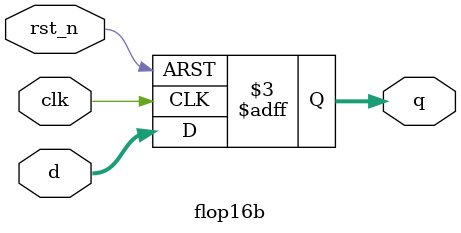
<source format=v>
module flop16b(q, d, clk, rst_n);
  input [15:0] d;
  input clk, rst_n;
  output reg [15:0] q;

  always @(posedge clk, negedge rst_n) begin
    if(~rst_n) begin
      q <= 16'b0;
    end
    else begin
      q <= d;
    end
  end
endmodule

</source>
